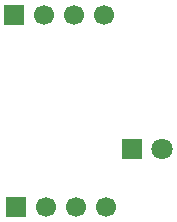
<source format=gbr>
%TF.GenerationSoftware,KiCad,Pcbnew,9.0.1*%
%TF.CreationDate,2025-11-17T22:12:27+05:30*%
%TF.ProjectId,Project_1,50726f6a-6563-4745-9f31-2e6b69636164,rev?*%
%TF.SameCoordinates,Original*%
%TF.FileFunction,Soldermask,Bot*%
%TF.FilePolarity,Negative*%
%FSLAX46Y46*%
G04 Gerber Fmt 4.6, Leading zero omitted, Abs format (unit mm)*
G04 Created by KiCad (PCBNEW 9.0.1) date 2025-11-17 22:12:27*
%MOMM*%
%LPD*%
G01*
G04 APERTURE LIST*
%ADD10R,1.700000X1.700000*%
%ADD11C,1.700000*%
%ADD12R,1.800000X1.800000*%
%ADD13C,1.800000*%
G04 APERTURE END LIST*
D10*
%TO.C,J2*%
X140890000Y-85250000D03*
D11*
X143430000Y-85250000D03*
X145970000Y-85250000D03*
X148510000Y-85250000D03*
%TD*%
D10*
%TO.C,J1*%
X140730000Y-69000000D03*
D11*
X143270000Y-69000000D03*
X145810000Y-69000000D03*
X148350000Y-69000000D03*
%TD*%
D12*
%TO.C,D3*%
X150730000Y-80350000D03*
D13*
X153270000Y-80350000D03*
%TD*%
M02*

</source>
